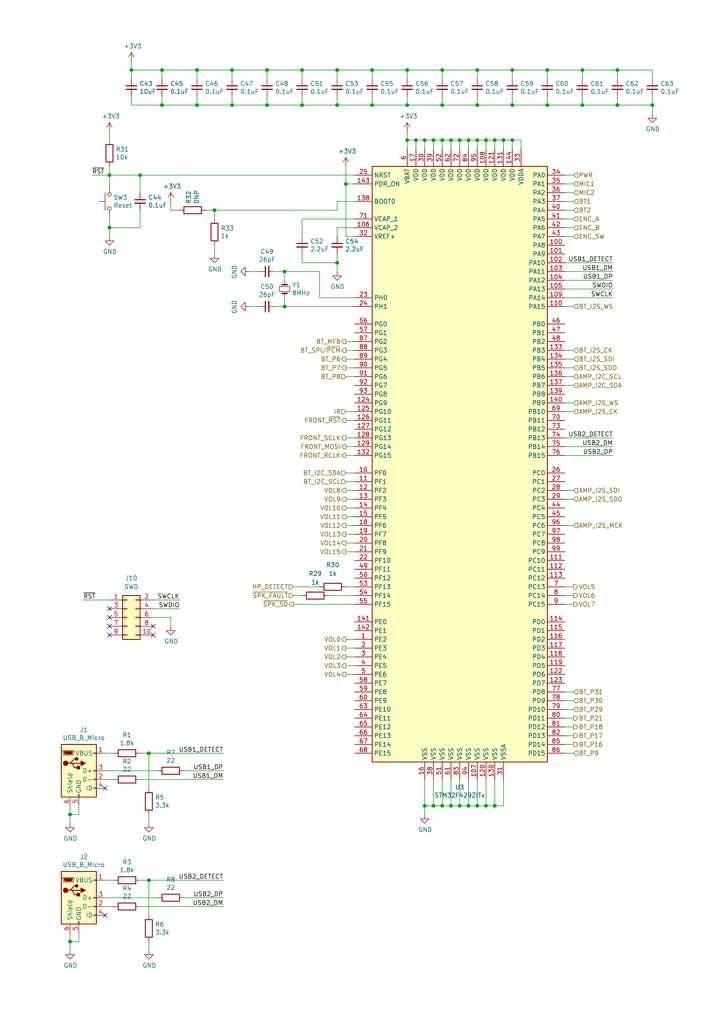
<source format=kicad_sch>
(kicad_sch (version 20201015) (generator eeschema)
  (page 1 7)
  (paper "A4" portrait)
  (lib_symbols
    (symbol "Connector:USB_B_Micro" (pin_names (offset 1.016))
      (property "Reference" "J" (at -5.08 11.43 0))
      (property "Value" "USB_B_Micro" (at -5.08 8.89 0))
      (symbol "USB_B_Micro_0_1"
        (circle (center -3.81 2.159) (radius 0.635) (stroke (width 0.254)) (fill (type outline)))
        (circle (center -0.635 3.429) (radius 0.381) (stroke (width 0.254)) (fill (type outline)))
        (rectangle (start -5.08 -7.62) (end 5.08 7.62) (stroke (width 0.254)) (fill (type background)))
        (rectangle (start -0.127 -7.62) (end 0.127 -6.858))
        (rectangle (start 0.254 1.27) (end -0.508 0.508) (stroke (width 0.254)) (fill (type outline)))
        (rectangle (start 5.08 -5.207) (end 4.318 -4.953))
        (rectangle (start 5.08 -2.667) (end 4.318 -2.413))
        (rectangle (start 5.08 -0.127) (end 4.318 0.127))
        (rectangle (start 5.08 4.953) (end 4.318 5.207))
        (polyline (pts (xy -1.905 2.159) (xy 0.635 2.159)) (stroke (width 0.254)))
        (polyline (pts (xy -3.175 2.159) (xy -2.54 2.159) (xy -1.27 3.429) (xy -0.635 3.429)) (stroke (width 0.254)))
        (polyline (pts (xy -2.54 2.159) (xy -1.905 2.159) (xy -1.27 0.889) (xy 0 0.889)) (stroke (width 0.254)))
        (polyline (pts (xy 0.635 2.794) (xy 0.635 1.524) (xy 1.905 2.159) (xy 0.635 2.794)) (stroke (width 0.254)) (fill (type outline)))
        (polyline (pts (xy -4.318 5.588) (xy -1.778 5.588) (xy -2.032 4.826) (xy -4.064 4.826) (xy -4.318 5.588)) (fill (type outline)))
        (polyline (pts (xy -4.699 5.842) (xy -4.699 5.588) (xy -4.445 4.826) (xy -4.445 4.572) (xy -1.651 4.572) (xy -1.651 4.826) (xy -1.397 5.588) (xy -1.397 5.842) (xy -4.699 5.842)))
      )
      (symbol "USB_B_Micro_1_1"
        (pin power_out line (at 7.62 5.08 180) (length 2.54) (name "VBUS") (number "1"))
        (pin bidirectional line (at 7.62 -2.54 180) (length 2.54) (name "D-") (number "2"))
        (pin bidirectional line (at 7.62 0 180) (length 2.54) (name "D+") (number "3"))
        (pin passive line (at 7.62 -5.08 180) (length 2.54) (name "ID") (number "4"))
        (pin power_out line (at 0 -10.16 90) (length 2.54) (name "GND") (number "5"))
        (pin passive line (at -2.54 -10.16 90) (length 2.54) (name "Shield") (number "6"))
      )
    )
    (symbol "Connector_Generic:Conn_02x05_Odd_Even" (pin_names (offset 1.016) hide)
      (property "Reference" "J" (at 1.27 7.62 0))
      (property "Value" "Conn_02x05_Odd_Even" (at 1.27 -7.62 0))
      (symbol "Conn_02x05_Odd_Even_1_1"
        (rectangle (start -1.27 -4.953) (end 0 -5.207) (stroke (width 0.1524)))
        (rectangle (start -1.27 -2.413) (end 0 -2.667) (stroke (width 0.1524)))
        (rectangle (start -1.27 2.667) (end 0 2.413) (stroke (width 0.1524)))
        (rectangle (start -1.27 5.207) (end 0 4.953) (stroke (width 0.1524)))
        (rectangle (start -1.27 6.35) (end 3.81 -6.35) (stroke (width 0.254)) (fill (type background)))
        (rectangle (start -1.27 0.127) (end 0 -0.127) (stroke (width 0.1524)))
        (rectangle (start 3.81 -4.953) (end 2.54 -5.207) (stroke (width 0.1524)))
        (rectangle (start 3.81 -2.413) (end 2.54 -2.667) (stroke (width 0.1524)))
        (rectangle (start 3.81 2.667) (end 2.54 2.413) (stroke (width 0.1524)))
        (rectangle (start 3.81 5.207) (end 2.54 4.953) (stroke (width 0.1524)))
        (rectangle (start 3.81 0.127) (end 2.54 -0.127) (stroke (width 0.1524)))
        (pin passive line (at -5.08 5.08 0) (length 3.81) (name "Pin_1") (number "1"))
        (pin passive line (at 7.62 -5.08 180) (length 3.81) (name "Pin_10") (number "10"))
        (pin passive line (at 7.62 5.08 180) (length 3.81) (name "Pin_2") (number "2"))
        (pin passive line (at -5.08 2.54 0) (length 3.81) (name "Pin_3") (number "3"))
        (pin passive line (at 7.62 2.54 180) (length 3.81) (name "Pin_4") (number "4"))
        (pin passive line (at -5.08 0 0) (length 3.81) (name "Pin_5") (number "5"))
        (pin passive line (at 7.62 0 180) (length 3.81) (name "Pin_6") (number "6"))
        (pin passive line (at -5.08 -2.54 0) (length 3.81) (name "Pin_7") (number "7"))
        (pin passive line (at 7.62 -2.54 180) (length 3.81) (name "Pin_8") (number "8"))
        (pin passive line (at -5.08 -5.08 0) (length 3.81) (name "Pin_9") (number "9"))
      )
    )
    (symbol "Device:C_Small" (pin_numbers hide) (pin_names (offset 0.254) hide)
      (property "Reference" "C" (at 0.254 1.778 0))
      (property "Value" "C_Small" (at 0.254 -2.032 0))
      (symbol "C_Small_0_1"
        (polyline (pts (xy -1.524 -0.508) (xy 1.524 -0.508)) (stroke (width 0.3302)))
        (polyline (pts (xy -1.524 0.508) (xy 1.524 0.508)) (stroke (width 0.3048)))
      )
      (symbol "C_Small_1_1"
        (pin passive line (at 0 2.54 270) (length 2.032) (name "~") (number "1"))
        (pin passive line (at 0 -2.54 90) (length 2.032) (name "~") (number "2"))
      )
    )
    (symbol "Device:Crystal_Small" (pin_numbers hide) (pin_names (offset 1.016) hide)
      (property "Reference" "Y" (at 0 2.54 0))
      (property "Value" "Crystal_Small" (at 0 -2.54 0))
      (symbol "Crystal_Small_0_1"
        (rectangle (start -0.762 -1.524) (end 0.762 1.524))
        (polyline (pts (xy -1.27 -0.762) (xy -1.27 0.762)) (stroke (width 0.381)))
        (polyline (pts (xy 1.27 -0.762) (xy 1.27 0.762)) (stroke (width 0.381)))
      )
      (symbol "Crystal_Small_1_1"
        (pin passive line (at -2.54 0 0) (length 1.27) (name "1") (number "1"))
        (pin passive line (at 2.54 0 180) (length 1.27) (name "2") (number "2"))
      )
    )
    (symbol "Device:R" (pin_numbers hide) (pin_names (offset 0))
      (property "Reference" "R" (at 2.032 0 90))
      (property "Value" "R" (at 0 0 90))
      (symbol "R_0_1"
        (rectangle (start -1.016 -2.54) (end 1.016 2.54) (stroke (width 0.254)))
      )
      (symbol "R_1_1"
        (pin passive line (at 0 3.81 270) (length 1.27) (name "~") (number "1"))
        (pin passive line (at 0 -3.81 90) (length 1.27) (name "~") (number "2"))
      )
    )
    (symbol "MCU_ST_STM32F4:STM32F429ZITx"
      (property "Reference" "U" (at -25.4 87.63 0))
      (property "Value" "STM32F429ZITx" (at 20.32 87.63 0))
      (symbol "STM32F429ZITx_0_1"
        (rectangle (start -25.4 -86.36) (end 25.4 86.36) (stroke (width 0.254)) (fill (type background)))
      )
      (symbol "STM32F429ZITx_1_1"
        (pin input line (at -30.48 76.2 0) (length 5.08) (name "BOOT0") (number "138"))
        (pin input line (at -30.48 83.82 0) (length 5.08) (name "NRST") (number "25"))
        (pin bidirectional line (at 30.48 83.82 180) (length 5.08) (name "PA0") (number "34"))
        (pin bidirectional line (at 30.48 81.28 180) (length 5.08) (name "PA1") (number "35"))
        (pin bidirectional line (at 30.48 58.42 180) (length 5.08) (name "PA10") (number "102"))
        (pin bidirectional line (at 30.48 55.88 180) (length 5.08) (name "PA11") (number "103"))
        (pin bidirectional line (at 30.48 53.34 180) (length 5.08) (name "PA12") (number "104"))
        (pin bidirectional line (at 30.48 50.8 180) (length 5.08) (name "PA13") (number "105"))
        (pin bidirectional line (at 30.48 48.26 180) (length 5.08) (name "PA14") (number "109"))
        (pin bidirectional line (at 30.48 45.72 180) (length 5.08) (name "PA15") (number "110"))
        (pin bidirectional line (at 30.48 78.74 180) (length 5.08) (name "PA2") (number "36"))
        (pin bidirectional line (at 30.48 76.2 180) (length 5.08) (name "PA3") (number "37"))
        (pin bidirectional line (at 30.48 73.66 180) (length 5.08) (name "PA4") (number "40"))
        (pin bidirectional line (at 30.48 71.12 180) (length 5.08) (name "PA5") (number "41"))
        (pin bidirectional line (at 30.48 68.58 180) (length 5.08) (name "PA6") (number "42"))
        (pin bidirectional line (at 30.48 66.04 180) (length 5.08) (name "PA7") (number "43"))
        (pin bidirectional line (at 30.48 63.5 180) (length 5.08) (name "PA8") (number "100"))
        (pin bidirectional line (at 30.48 60.96 180) (length 5.08) (name "PA9") (number "101"))
        (pin bidirectional line (at 30.48 40.64 180) (length 5.08) (name "PB0") (number "46"))
        (pin bidirectional line (at 30.48 38.1 180) (length 5.08) (name "PB1") (number "47"))
        (pin bidirectional line (at 30.48 15.24 180) (length 5.08) (name "PB10") (number "69"))
        (pin bidirectional line (at 30.48 12.7 180) (length 5.08) (name "PB11") (number "70"))
        (pin bidirectional line (at 30.48 10.16 180) (length 5.08) (name "PB12") (number "73"))
        (pin bidirectional line (at 30.48 7.62 180) (length 5.08) (name "PB13") (number "74"))
        (pin bidirectional line (at 30.48 5.08 180) (length 5.08) (name "PB14") (number "75"))
        (pin bidirectional line (at 30.48 2.54 180) (length 5.08) (name "PB15") (number "76"))
        (pin bidirectional line (at 30.48 35.56 180) (length 5.08) (name "PB2") (number "48"))
        (pin bidirectional line (at 30.48 33.02 180) (length 5.08) (name "PB3") (number "133"))
        (pin bidirectional line (at 30.48 30.48 180) (length 5.08) (name "PB4") (number "134"))
        (pin bidirectional line (at 30.48 27.94 180) (length 5.08) (name "PB5") (number "135"))
        (pin bidirectional line (at 30.48 25.4 180) (length 5.08) (name "PB6") (number "136"))
        (pin bidirectional line (at 30.48 22.86 180) (length 5.08) (name "PB7") (number "137"))
        (pin bidirectional line (at 30.48 20.32 180) (length 5.08) (name "PB8") (number "139"))
        (pin bidirectional line (at 30.48 17.78 180) (length 5.08) (name "PB9") (number "140"))
        (pin bidirectional line (at 30.48 -2.54 180) (length 5.08) (name "PC0") (number "26"))
        (pin bidirectional line (at 30.48 -5.08 180) (length 5.08) (name "PC1") (number "27"))
        (pin bidirectional line (at 30.48 -27.94 180) (length 5.08) (name "PC10") (number "111"))
        (pin bidirectional line (at 30.48 -30.48 180) (length 5.08) (name "PC11") (number "112"))
        (pin bidirectional line (at 30.48 -33.02 180) (length 5.08) (name "PC12") (number "113"))
        (pin bidirectional line (at 30.48 -35.56 180) (length 5.08) (name "PC13") (number "7"))
        (pin bidirectional line (at 30.48 -38.1 180) (length 5.08) (name "PC14") (number "8"))
        (pin bidirectional line (at 30.48 -40.64 180) (length 5.08) (name "PC15") (number "9"))
        (pin bidirectional line (at 30.48 -7.62 180) (length 5.08) (name "PC2") (number "28"))
        (pin bidirectional line (at 30.48 -10.16 180) (length 5.08) (name "PC3") (number "29"))
        (pin bidirectional line (at 30.48 -12.7 180) (length 5.08) (name "PC4") (number "44"))
        (pin bidirectional line (at 30.48 -15.24 180) (length 5.08) (name "PC5") (number "45"))
        (pin bidirectional line (at 30.48 -17.78 180) (length 5.08) (name "PC6") (number "96"))
        (pin bidirectional line (at 30.48 -20.32 180) (length 5.08) (name "PC7") (number "97"))
        (pin bidirectional line (at 30.48 -22.86 180) (length 5.08) (name "PC8") (number "98"))
        (pin bidirectional line (at 30.48 -25.4 180) (length 5.08) (name "PC9") (number "99"))
        (pin bidirectional line (at 30.48 -45.72 180) (length 5.08) (name "PD0") (number "114"))
        (pin bidirectional line (at 30.48 -48.26 180) (length 5.08) (name "PD1") (number "115"))
        (pin bidirectional line (at 30.48 -71.12 180) (length 5.08) (name "PD10") (number "79"))
        (pin bidirectional line (at 30.48 -73.66 180) (length 5.08) (name "PD11") (number "80"))
        (pin bidirectional line (at 30.48 -76.2 180) (length 5.08) (name "PD12") (number "81"))
        (pin bidirectional line (at 30.48 -78.74 180) (length 5.08) (name "PD13") (number "82"))
        (pin bidirectional line (at 30.48 -81.28 180) (length 5.08) (name "PD14") (number "85"))
        (pin bidirectional line (at 30.48 -83.82 180) (length 5.08) (name "PD15") (number "86"))
        (pin bidirectional line (at 30.48 -50.8 180) (length 5.08) (name "PD2") (number "116"))
        (pin bidirectional line (at 30.48 -53.34 180) (length 5.08) (name "PD3") (number "117"))
        (pin bidirectional line (at 30.48 -55.88 180) (length 5.08) (name "PD4") (number "118"))
        (pin bidirectional line (at 30.48 -58.42 180) (length 5.08) (name "PD5") (number "119"))
        (pin bidirectional line (at 30.48 -60.96 180) (length 5.08) (name "PD6") (number "122"))
        (pin bidirectional line (at 30.48 -63.5 180) (length 5.08) (name "PD7") (number "123"))
        (pin bidirectional line (at 30.48 -66.04 180) (length 5.08) (name "PD8") (number "77"))
        (pin bidirectional line (at 30.48 -68.58 180) (length 5.08) (name "PD9") (number "78"))
        (pin input line (at -30.48 81.28 0) (length 5.08) (name "PDR_ON") (number "143"))
        (pin bidirectional line (at -30.48 -45.72 0) (length 5.08) (name "PE0") (number "141"))
        (pin bidirectional line (at -30.48 -48.26 0) (length 5.08) (name "PE1") (number "142"))
        (pin bidirectional line (at -30.48 -71.12 0) (length 5.08) (name "PE10") (number "63"))
        (pin bidirectional line (at -30.48 -73.66 0) (length 5.08) (name "PE11") (number "64"))
        (pin bidirectional line (at -30.48 -76.2 0) (length 5.08) (name "PE12") (number "65"))
        (pin bidirectional line (at -30.48 -78.74 0) (length 5.08) (name "PE13") (number "66"))
        (pin bidirectional line (at -30.48 -81.28 0) (length 5.08) (name "PE14") (number "67"))
        (pin bidirectional line (at -30.48 -83.82 0) (length 5.08) (name "PE15") (number "68"))
        (pin bidirectional line (at -30.48 -50.8 0) (length 5.08) (name "PE2") (number "1"))
        (pin bidirectional line (at -30.48 -53.34 0) (length 5.08) (name "PE3") (number "2"))
        (pin bidirectional line (at -30.48 -55.88 0) (length 5.08) (name "PE4") (number "3"))
        (pin bidirectional line (at -30.48 -58.42 0) (length 5.08) (name "PE5") (number "4"))
        (pin bidirectional line (at -30.48 -60.96 0) (length 5.08) (name "PE6") (number "5"))
        (pin bidirectional line (at -30.48 -63.5 0) (length 5.08) (name "PE7") (number "58"))
        (pin bidirectional line (at -30.48 -66.04 0) (length 5.08) (name "PE8") (number "59"))
        (pin bidirectional line (at -30.48 -68.58 0) (length 5.08) (name "PE9") (number "60"))
        (pin bidirectional line (at -30.48 -2.54 0) (length 5.08) (name "PF0") (number "10"))
        (pin bidirectional line (at -30.48 -5.08 0) (length 5.08) (name "PF1") (number "11"))
        (pin bidirectional line (at -30.48 -27.94 0) (length 5.08) (name "PF10") (number "22"))
        (pin bidirectional line (at -30.48 -30.48 0) (length 5.08) (name "PF11") (number "49"))
        (pin bidirectional line (at -30.48 -33.02 0) (length 5.08) (name "PF12") (number "50"))
        (pin bidirectional line (at -30.48 -35.56 0) (length 5.08) (name "PF13") (number "53"))
        (pin bidirectional line (at -30.48 -38.1 0) (length 5.08) (name "PF14") (number "54"))
        (pin bidirectional line (at -30.48 -40.64 0) (length 5.08) (name "PF15") (number "55"))
        (pin bidirectional line (at -30.48 -7.62 0) (length 5.08) (name "PF2") (number "12"))
        (pin bidirectional line (at -30.48 -10.16 0) (length 5.08) (name "PF3") (number "13"))
        (pin bidirectional line (at -30.48 -12.7 0) (length 5.08) (name "PF4") (number "14"))
        (pin bidirectional line (at -30.48 -15.24 0) (length 5.08) (name "PF5") (number "15"))
        (pin bidirectional line (at -30.48 -17.78 0) (length 5.08) (name "PF6") (number "18"))
        (pin bidirectional line (at -30.48 -20.32 0) (length 5.08) (name "PF7") (number "19"))
        (pin bidirectional line (at -30.48 -22.86 0) (length 5.08) (name "PF8") (number "20"))
        (pin bidirectional line (at -30.48 -25.4 0) (length 5.08) (name "PF9") (number "21"))
        (pin bidirectional line (at -30.48 40.64 0) (length 5.08) (name "PG0") (number "56"))
        (pin bidirectional line (at -30.48 38.1 0) (length 5.08) (name "PG1") (number "57"))
        (pin bidirectional line (at -30.48 15.24 0) (length 5.08) (name "PG10") (number "125"))
        (pin bidirectional line (at -30.48 12.7 0) (length 5.08) (name "PG11") (number "126"))
        (pin bidirectional line (at -30.48 10.16 0) (length 5.08) (name "PG12") (number "127"))
        (pin bidirectional line (at -30.48 7.62 0) (length 5.08) (name "PG13") (number "128"))
        (pin bidirectional line (at -30.48 5.08 0) (length 5.08) (name "PG14") (number "129"))
        (pin bidirectional line (at -30.48 2.54 0) (length 5.08) (name "PG15") (number "132"))
        (pin bidirectional line (at -30.48 35.56 0) (length 5.08) (name "PG2") (number "87"))
        (pin bidirectional line (at -30.48 33.02 0) (length 5.08) (name "PG3") (number "88"))
        (pin bidirectional line (at -30.48 30.48 0) (length 5.08) (name "PG4") (number "89"))
        (pin bidirectional line (at -30.48 27.94 0) (length 5.08) (name "PG5") (number "90"))
        (pin bidirectional line (at -30.48 25.4 0) (length 5.08) (name "PG6") (number "91"))
        (pin bidirectional line (at -30.48 22.86 0) (length 5.08) (name "PG7") (number "92"))
        (pin bidirectional line (at -30.48 20.32 0) (length 5.08) (name "PG8") (number "93"))
        (pin bidirectional line (at -30.48 17.78 0) (length 5.08) (name "PG9") (number "124"))
        (pin input line (at -30.48 48.26 0) (length 5.08) (name "PH0") (number "23"))
        (pin input line (at -30.48 45.72 0) (length 5.08) (name "PH1") (number "24"))
        (pin power_in line (at -15.24 91.44 270) (length 5.08) (name "VBAT") (number "6"))
        (pin power_in line (at -30.48 71.12 0) (length 5.08) (name "VCAP_1") (number "71"))
        (pin power_in line (at -30.48 68.58 0) (length 5.08) (name "VCAP_2") (number "106"))
        (pin power_in line (at 7.62 91.44 270) (length 5.08) (name "VDD") (number "108"))
        (pin power_in line (at 10.16 91.44 270) (length 5.08) (name "VDD") (number "121"))
        (pin power_in line (at 12.7 91.44 270) (length 5.08) (name "VDD") (number "131"))
        (pin power_in line (at 15.24 91.44 270) (length 5.08) (name "VDD") (number "144"))
        (pin power_in line (at -12.7 91.44 270) (length 5.08) (name "VDD") (number "17"))
        (pin power_in line (at -10.16 91.44 270) (length 5.08) (name "VDD") (number "30"))
        (pin power_in line (at -7.62 91.44 270) (length 5.08) (name "VDD") (number "39"))
        (pin power_in line (at -5.08 91.44 270) (length 5.08) (name "VDD") (number "52"))
        (pin power_in line (at -2.54 91.44 270) (length 5.08) (name "VDD") (number "62"))
        (pin power_in line (at 0 91.44 270) (length 5.08) (name "VDD") (number "72"))
        (pin power_in line (at 2.54 91.44 270) (length 5.08) (name "VDD") (number "84"))
        (pin power_in line (at 5.08 91.44 270) (length 5.08) (name "VDD") (number "95"))
        (pin power_in line (at 17.78 91.44 270) (length 5.08) (name "VDDA") (number "33"))
        (pin power_in line (at -30.48 66.04 0) (length 5.08) (name "VREF+") (number "32"))
        (pin power_in line (at 5.08 -91.44 90) (length 5.08) (name "VSS") (number "107"))
        (pin power_in line (at 7.62 -91.44 90) (length 5.08) (name "VSS") (number "120"))
        (pin power_in line (at 10.16 -91.44 90) (length 5.08) (name "VSS") (number "130"))
        (pin power_in line (at -10.16 -91.44 90) (length 5.08) (name "VSS") (number "16"))
        (pin power_in line (at -7.62 -91.44 90) (length 5.08) (name "VSS") (number "38"))
        (pin power_in line (at -5.08 -91.44 90) (length 5.08) (name "VSS") (number "51"))
        (pin power_in line (at -2.54 -91.44 90) (length 5.08) (name "VSS") (number "61"))
        (pin power_in line (at 0 -91.44 90) (length 5.08) (name "VSS") (number "83"))
        (pin power_in line (at 2.54 -91.44 90) (length 5.08) (name "VSS") (number "94"))
        (pin power_in line (at 12.7 -91.44 90) (length 5.08) (name "VSSA") (number "31"))
      )
    )
    (symbol "Switch:SW_Push" (pin_numbers hide) (pin_names (offset 1.016) hide)
      (property "Reference" "SW" (at 1.27 2.54 0))
      (property "Value" "SW_Push" (at 0 -1.524 0))
      (symbol "SW_Push_0_1"
        (circle (center -2.032 0) (radius 0.508))
        (circle (center 2.032 0) (radius 0.508))
        (polyline (pts (xy 0 1.27) (xy 0 3.048)))
        (polyline (pts (xy 2.54 1.27) (xy -2.54 1.27)))
        (pin passive line (at -5.08 0 0) (length 2.54) (name "1") (number "1"))
        (pin passive line (at 5.08 0 180) (length 2.54) (name "2") (number "2"))
      )
    )
    (symbol "power:+3.3V" (power) (pin_names (offset 0))
      (property "Value" "+3.3V" (at 0 3.556 0))
      (symbol "+3.3V_0_1"
        (polyline (pts (xy -0.762 1.27) (xy 0 2.54)))
        (polyline (pts (xy 0 0) (xy 0 2.54)))
        (polyline (pts (xy 0 2.54) (xy 0.762 1.27)))
      )
      (symbol "+3.3V_1_1"
        (pin power_in line (at 0 0 90) (length 0) hide (name "+3V3") (number "1"))
      )
    )
    (symbol "power:GND" (power) (pin_names (offset 0))
      (property "Value" "GND" (at 0 -3.81 0))
      (symbol "GND_0_1"
        (polyline (pts (xy 0 0) (xy 0 -1.27) (xy 1.27 -1.27) (xy 0 -2.54) (xy -1.27 -1.27) (xy 0 -1.27)))
      )
      (symbol "GND_1_1"
        (pin power_in line (at 0 0 270) (length 0) hide (name "GND") (number "1"))
      )
    )
  )
  (junction (at 20.32 236.22) (diameter 0.9144))
  (junction (at 20.32 273.05) (diameter 0.9144))
  (junction (at 31.75 50.8) (diameter 0.9144))
  (junction (at 31.75 66.04) (diameter 0.9144))
  (junction (at 38.1 20.32) (diameter 0.9144))
  (junction (at 40.64 50.8) (diameter 0.9144))
  (junction (at 43.18 218.44) (diameter 0.9144))
  (junction (at 43.18 255.27) (diameter 0.9144))
  (junction (at 46.99 20.32) (diameter 0.9144))
  (junction (at 46.99 30.48) (diameter 0.9144))
  (junction (at 57.15 20.32) (diameter 0.9144))
  (junction (at 57.15 30.48) (diameter 0.9144))
  (junction (at 62.23 60.96) (diameter 0.9144))
  (junction (at 67.31 20.32) (diameter 0.9144))
  (junction (at 67.31 30.48) (diameter 0.9144))
  (junction (at 77.47 20.32) (diameter 0.9144))
  (junction (at 77.47 30.48) (diameter 0.9144))
  (junction (at 82.55 78.74) (diameter 0.9144))
  (junction (at 82.55 88.9) (diameter 0.9144))
  (junction (at 87.63 20.32) (diameter 0.9144))
  (junction (at 87.63 30.48) (diameter 0.9144))
  (junction (at 97.79 20.32) (diameter 0.9144))
  (junction (at 97.79 30.48) (diameter 0.9144))
  (junction (at 97.79 76.2) (diameter 0.9144))
  (junction (at 100.33 53.34) (diameter 0.9144))
  (junction (at 107.95 20.32) (diameter 0.9144))
  (junction (at 107.95 30.48) (diameter 0.9144))
  (junction (at 118.11 20.32) (diameter 0.9144))
  (junction (at 118.11 30.48) (diameter 0.9144))
  (junction (at 118.11 40.64) (diameter 0.9144))
  (junction (at 120.65 40.64) (diameter 0.9144))
  (junction (at 123.19 40.64) (diameter 0.9144))
  (junction (at 123.19 233.68) (diameter 0.9144))
  (junction (at 125.73 40.64) (diameter 0.9144))
  (junction (at 125.73 233.68) (diameter 0.9144))
  (junction (at 128.27 20.32) (diameter 0.9144))
  (junction (at 128.27 30.48) (diameter 0.9144))
  (junction (at 128.27 40.64) (diameter 0.9144))
  (junction (at 128.27 233.68) (diameter 0.9144))
  (junction (at 130.81 40.64) (diameter 0.9144))
  (junction (at 130.81 233.68) (diameter 0.9144))
  (junction (at 133.35 40.64) (diameter 0.9144))
  (junction (at 133.35 233.68) (diameter 0.9144))
  (junction (at 135.89 40.64) (diameter 0.9144))
  (junction (at 135.89 233.68) (diameter 0.9144))
  (junction (at 138.43 20.32) (diameter 0.9144))
  (junction (at 138.43 30.48) (diameter 0.9144))
  (junction (at 138.43 40.64) (diameter 0.9144))
  (junction (at 138.43 233.68) (diameter 0.9144))
  (junction (at 140.97 40.64) (diameter 0.9144))
  (junction (at 140.97 233.68) (diameter 0.9144))
  (junction (at 143.51 40.64) (diameter 0.9144))
  (junction (at 143.51 233.68) (diameter 0.9144))
  (junction (at 146.05 40.64) (diameter 0.9144))
  (junction (at 148.59 20.32) (diameter 0.9144))
  (junction (at 148.59 30.48) (diameter 0.9144))
  (junction (at 148.59 40.64) (diameter 0.9144))
  (junction (at 158.75 20.32) (diameter 0.9144))
  (junction (at 158.75 30.48) (diameter 0.9144))
  (junction (at 168.91 20.32) (diameter 0.9144))
  (junction (at 168.91 30.48) (diameter 0.9144))
  (junction (at 179.07 20.32) (diameter 0.9144))
  (junction (at 179.07 30.48) (diameter 0.9144))
  (junction (at 189.23 30.48) (diameter 0.9144))
  (no_connect (at 30.48 228.6))
  (no_connect (at 30.48 265.43))
  (no_connect (at 31.75 184.15))
  (no_connect (at 31.75 176.53))
  (no_connect (at 31.75 179.07))
  (no_connect (at 31.75 181.61))
  (no_connect (at 44.45 184.15))
  (no_connect (at 44.45 181.61))
  (wire (pts (xy 20.32 233.68) (xy 20.32 236.22)))
  (wire (pts (xy 20.32 236.22) (xy 20.32 238.76)))
  (wire (pts (xy 20.32 270.51) (xy 20.32 273.05)))
  (wire (pts (xy 20.32 273.05) (xy 20.32 275.59)))
  (wire (pts (xy 22.86 233.68) (xy 22.86 236.22)))
  (wire (pts (xy 22.86 236.22) (xy 20.32 236.22)))
  (wire (pts (xy 22.86 270.51) (xy 22.86 273.05)))
  (wire (pts (xy 22.86 273.05) (xy 20.32 273.05)))
  (wire (pts (xy 24.13 173.99) (xy 31.75 173.99)))
  (wire (pts (xy 26.67 50.8) (xy 31.75 50.8)))
  (wire (pts (xy 30.48 226.06) (xy 33.02 226.06)))
  (wire (pts (xy 30.48 262.89) (xy 33.02 262.89)))
  (wire (pts (xy 31.75 38.1) (xy 31.75 40.64)))
  (wire (pts (xy 31.75 48.26) (xy 31.75 50.8)))
  (wire (pts (xy 31.75 50.8) (xy 31.75 53.34)))
  (wire (pts (xy 31.75 63.5) (xy 31.75 66.04)))
  (wire (pts (xy 31.75 66.04) (xy 40.64 66.04)))
  (wire (pts (xy 31.75 68.58) (xy 31.75 66.04)))
  (wire (pts (xy 33.02 218.44) (xy 30.48 218.44)))
  (wire (pts (xy 33.02 255.27) (xy 30.48 255.27)))
  (wire (pts (xy 38.1 20.32) (xy 38.1 17.78)))
  (wire (pts (xy 38.1 20.32) (xy 38.1 22.86)))
  (wire (pts (xy 38.1 30.48) (xy 38.1 27.94)))
  (wire (pts (xy 40.64 50.8) (xy 31.75 50.8)))
  (wire (pts (xy 40.64 50.8) (xy 102.87 50.8)))
  (wire (pts (xy 40.64 55.88) (xy 40.64 50.8)))
  (wire (pts (xy 40.64 66.04) (xy 40.64 60.96)))
  (wire (pts (xy 40.64 226.06) (xy 64.77 226.06)))
  (wire (pts (xy 40.64 262.89) (xy 64.77 262.89)))
  (wire (pts (xy 43.18 218.44) (xy 40.64 218.44)))
  (wire (pts (xy 43.18 228.6) (xy 43.18 218.44)))
  (wire (pts (xy 43.18 236.22) (xy 43.18 238.76)))
  (wire (pts (xy 43.18 255.27) (xy 40.64 255.27)))
  (wire (pts (xy 43.18 265.43) (xy 43.18 255.27)))
  (wire (pts (xy 43.18 273.05) (xy 43.18 275.59)))
  (wire (pts (xy 44.45 173.99) (xy 52.07 173.99)))
  (wire (pts (xy 44.45 176.53) (xy 52.07 176.53)))
  (wire (pts (xy 45.72 223.52) (xy 30.48 223.52)))
  (wire (pts (xy 45.72 260.35) (xy 30.48 260.35)))
  (wire (pts (xy 46.99 20.32) (xy 38.1 20.32)))
  (wire (pts (xy 46.99 20.32) (xy 46.99 22.86)))
  (wire (pts (xy 46.99 20.32) (xy 57.15 20.32)))
  (wire (pts (xy 46.99 30.48) (xy 38.1 30.48)))
  (wire (pts (xy 46.99 30.48) (xy 46.99 27.94)))
  (wire (pts (xy 49.53 60.96) (xy 49.53 58.42)))
  (wire (pts (xy 49.53 179.07) (xy 44.45 179.07)))
  (wire (pts (xy 49.53 181.61) (xy 49.53 179.07)))
  (wire (pts (xy 52.07 60.96) (xy 49.53 60.96)))
  (wire (pts (xy 53.34 223.52) (xy 64.77 223.52)))
  (wire (pts (xy 53.34 260.35) (xy 64.77 260.35)))
  (wire (pts (xy 57.15 20.32) (xy 57.15 22.86)))
  (wire (pts (xy 57.15 20.32) (xy 67.31 20.32)))
  (wire (pts (xy 57.15 27.94) (xy 57.15 30.48)))
  (wire (pts (xy 57.15 30.48) (xy 46.99 30.48)))
  (wire (pts (xy 62.23 60.96) (xy 59.69 60.96)))
  (wire (pts (xy 62.23 60.96) (xy 62.23 63.5)))
  (wire (pts (xy 62.23 71.12) (xy 62.23 73.66)))
  (wire (pts (xy 64.77 218.44) (xy 43.18 218.44)))
  (wire (pts (xy 64.77 255.27) (xy 43.18 255.27)))
  (wire (pts (xy 67.31 20.32) (xy 67.31 22.86)))
  (wire (pts (xy 67.31 20.32) (xy 77.47 20.32)))
  (wire (pts (xy 67.31 27.94) (xy 67.31 30.48)))
  (wire (pts (xy 67.31 30.48) (xy 57.15 30.48)))
  (wire (pts (xy 72.39 78.74) (xy 74.93 78.74)))
  (wire (pts (xy 72.39 88.9) (xy 74.93 88.9)))
  (wire (pts (xy 77.47 20.32) (xy 77.47 22.86)))
  (wire (pts (xy 77.47 20.32) (xy 87.63 20.32)))
  (wire (pts (xy 77.47 27.94) (xy 77.47 30.48)))
  (wire (pts (xy 77.47 30.48) (xy 67.31 30.48)))
  (wire (pts (xy 80.01 78.74) (xy 82.55 78.74)))
  (wire (pts (xy 80.01 88.9) (xy 82.55 88.9)))
  (wire (pts (xy 82.55 78.74) (xy 82.55 81.28)))
  (wire (pts (xy 82.55 86.36) (xy 82.55 88.9)))
  (wire (pts (xy 82.55 88.9) (xy 102.87 88.9)))
  (wire (pts (xy 85.09 170.18) (xy 92.71 170.18)))
  (wire (pts (xy 85.09 172.72) (xy 87.63 172.72)))
  (wire (pts (xy 85.09 175.26) (xy 102.87 175.26)))
  (wire (pts (xy 87.63 20.32) (xy 87.63 22.86)))
  (wire (pts (xy 87.63 20.32) (xy 97.79 20.32)))
  (wire (pts (xy 87.63 27.94) (xy 87.63 30.48)))
  (wire (pts (xy 87.63 30.48) (xy 77.47 30.48)))
  (wire (pts (xy 87.63 63.5) (xy 87.63 68.58)))
  (wire (pts (xy 87.63 76.2) (xy 87.63 73.66)))
  (wire (pts (xy 92.71 78.74) (xy 82.55 78.74)))
  (wire (pts (xy 92.71 86.36) (xy 92.71 78.74)))
  (wire (pts (xy 95.25 172.72) (xy 102.87 172.72)))
  (wire (pts (xy 97.79 20.32) (xy 97.79 22.86)))
  (wire (pts (xy 97.79 20.32) (xy 107.95 20.32)))
  (wire (pts (xy 97.79 27.94) (xy 97.79 30.48)))
  (wire (pts (xy 97.79 30.48) (xy 87.63 30.48)))
  (wire (pts (xy 97.79 58.42) (xy 97.79 60.96)))
  (wire (pts (xy 97.79 60.96) (xy 62.23 60.96)))
  (wire (pts (xy 97.79 66.04) (xy 97.79 68.58)))
  (wire (pts (xy 97.79 73.66) (xy 97.79 76.2)))
  (wire (pts (xy 97.79 76.2) (xy 87.63 76.2)))
  (wire (pts (xy 97.79 76.2) (xy 97.79 78.74)))
  (wire (pts (xy 100.33 48.26) (xy 100.33 53.34)))
  (wire (pts (xy 100.33 53.34) (xy 100.33 68.58)))
  (wire (pts (xy 100.33 53.34) (xy 102.87 53.34)))
  (wire (pts (xy 100.33 68.58) (xy 102.87 68.58)))
  (wire (pts (xy 100.33 99.06) (xy 102.87 99.06)))
  (wire (pts (xy 100.33 101.6) (xy 102.87 101.6)))
  (wire (pts (xy 100.33 104.14) (xy 102.87 104.14)))
  (wire (pts (xy 100.33 106.68) (xy 102.87 106.68)))
  (wire (pts (xy 100.33 109.22) (xy 102.87 109.22)))
  (wire (pts (xy 100.33 119.38) (xy 102.87 119.38)))
  (wire (pts (xy 100.33 121.92) (xy 102.87 121.92)))
  (wire (pts (xy 100.33 127) (xy 102.87 127)))
  (wire (pts (xy 100.33 129.54) (xy 102.87 129.54)))
  (wire (pts (xy 100.33 132.08) (xy 102.87 132.08)))
  (wire (pts (xy 100.33 139.7) (xy 102.87 139.7)))
  (wire (pts (xy 100.33 142.24) (xy 102.87 142.24)))
  (wire (pts (xy 100.33 144.78) (xy 102.87 144.78)))
  (wire (pts (xy 100.33 147.32) (xy 102.87 147.32)))
  (wire (pts (xy 100.33 149.86) (xy 102.87 149.86)))
  (wire (pts (xy 100.33 152.4) (xy 102.87 152.4)))
  (wire (pts (xy 100.33 154.94) (xy 102.87 154.94)))
  (wire (pts (xy 100.33 157.48) (xy 102.87 157.48)))
  (wire (pts (xy 100.33 160.02) (xy 102.87 160.02)))
  (wire (pts (xy 100.33 170.18) (xy 102.87 170.18)))
  (wire (pts (xy 100.33 185.42) (xy 102.87 185.42)))
  (wire (pts (xy 100.33 187.96) (xy 102.87 187.96)))
  (wire (pts (xy 100.33 190.5) (xy 102.87 190.5)))
  (wire (pts (xy 100.33 193.04) (xy 102.87 193.04)))
  (wire (pts (xy 100.33 195.58) (xy 102.87 195.58)))
  (wire (pts (xy 102.87 58.42) (xy 97.79 58.42)))
  (wire (pts (xy 102.87 63.5) (xy 87.63 63.5)))
  (wire (pts (xy 102.87 66.04) (xy 97.79 66.04)))
  (wire (pts (xy 102.87 86.36) (xy 92.71 86.36)))
  (wire (pts (xy 102.87 137.16) (xy 100.33 137.16)))
  (wire (pts (xy 107.95 20.32) (xy 107.95 22.86)))
  (wire (pts (xy 107.95 20.32) (xy 118.11 20.32)))
  (wire (pts (xy 107.95 27.94) (xy 107.95 30.48)))
  (wire (pts (xy 107.95 30.48) (xy 97.79 30.48)))
  (wire (pts (xy 118.11 20.32) (xy 118.11 22.86)))
  (wire (pts (xy 118.11 20.32) (xy 128.27 20.32)))
  (wire (pts (xy 118.11 27.94) (xy 118.11 30.48)))
  (wire (pts (xy 118.11 30.48) (xy 107.95 30.48)))
  (wire (pts (xy 118.11 38.1) (xy 118.11 40.64)))
  (wire (pts (xy 118.11 40.64) (xy 118.11 43.18)))
  (wire (pts (xy 120.65 40.64) (xy 118.11 40.64)))
  (wire (pts (xy 120.65 43.18) (xy 120.65 40.64)))
  (wire (pts (xy 123.19 40.64) (xy 120.65 40.64)))
  (wire (pts (xy 123.19 43.18) (xy 123.19 40.64)))
  (wire (pts (xy 123.19 226.06) (xy 123.19 233.68)))
  (wire (pts (xy 123.19 233.68) (xy 123.19 236.22)))
  (wire (pts (xy 123.19 233.68) (xy 125.73 233.68)))
  (wire (pts (xy 125.73 40.64) (xy 123.19 40.64)))
  (wire (pts (xy 125.73 43.18) (xy 125.73 40.64)))
  (wire (pts (xy 125.73 226.06) (xy 125.73 233.68)))
  (wire (pts (xy 125.73 233.68) (xy 128.27 233.68)))
  (wire (pts (xy 128.27 20.32) (xy 128.27 22.86)))
  (wire (pts (xy 128.27 20.32) (xy 138.43 20.32)))
  (wire (pts (xy 128.27 27.94) (xy 128.27 30.48)))
  (wire (pts (xy 128.27 30.48) (xy 118.11 30.48)))
  (wire (pts (xy 128.27 40.64) (xy 125.73 40.64)))
  (wire (pts (xy 128.27 43.18) (xy 128.27 40.64)))
  (wire (pts (xy 128.27 226.06) (xy 128.27 233.68)))
  (wire (pts (xy 128.27 233.68) (xy 130.81 233.68)))
  (wire (pts (xy 130.81 40.64) (xy 128.27 40.64)))
  (wire (pts (xy 130.81 43.18) (xy 130.81 40.64)))
  (wire (pts (xy 130.81 226.06) (xy 130.81 233.68)))
  (wire (pts (xy 130.81 233.68) (xy 133.35 233.68)))
  (wire (pts (xy 133.35 40.64) (xy 130.81 40.64)))
  (wire (pts (xy 133.35 43.18) (xy 133.35 40.64)))
  (wire (pts (xy 133.35 226.06) (xy 133.35 233.68)))
  (wire (pts (xy 133.35 233.68) (xy 135.89 233.68)))
  (wire (pts (xy 135.89 40.64) (xy 133.35 40.64)))
  (wire (pts (xy 135.89 43.18) (xy 135.89 40.64)))
  (wire (pts (xy 135.89 226.06) (xy 135.89 233.68)))
  (wire (pts (xy 135.89 233.68) (xy 138.43 233.68)))
  (wire (pts (xy 138.43 20.32) (xy 138.43 22.86)))
  (wire (pts (xy 138.43 20.32) (xy 148.59 20.32)))
  (wire (pts (xy 138.43 27.94) (xy 138.43 30.48)))
  (wire (pts (xy 138.43 30.48) (xy 128.27 30.48)))
  (wire (pts (xy 138.43 40.64) (xy 135.89 40.64)))
  (wire (pts (xy 138.43 43.18) (xy 138.43 40.64)))
  (wire (pts (xy 138.43 226.06) (xy 138.43 233.68)))
  (wire (pts (xy 138.43 233.68) (xy 140.97 233.68)))
  (wire (pts (xy 140.97 40.64) (xy 138.43 40.64)))
  (wire (pts (xy 140.97 43.18) (xy 140.97 40.64)))
  (wire (pts (xy 140.97 233.68) (xy 140.97 226.06)))
  (wire (pts (xy 140.97 233.68) (xy 143.51 233.68)))
  (wire (pts (xy 143.51 40.64) (xy 140.97 40.64)))
  (wire (pts (xy 143.51 43.18) (xy 143.51 40.64)))
  (wire (pts (xy 143.51 226.06) (xy 143.51 233.68)))
  (wire (pts (xy 143.51 233.68) (xy 146.05 233.68)))
  (wire (pts (xy 146.05 40.64) (xy 143.51 40.64)))
  (wire (pts (xy 146.05 43.18) (xy 146.05 40.64)))
  (wire (pts (xy 146.05 233.68) (xy 146.05 226.06)))
  (wire (pts (xy 148.59 20.32) (xy 148.59 22.86)))
  (wire (pts (xy 148.59 20.32) (xy 158.75 20.32)))
  (wire (pts (xy 148.59 27.94) (xy 148.59 30.48)))
  (wire (pts (xy 148.59 30.48) (xy 138.43 30.48)))
  (wire (pts (xy 148.59 40.64) (xy 146.05 40.64)))
  (wire (pts (xy 148.59 43.18) (xy 148.59 40.64)))
  (wire (pts (xy 151.13 40.64) (xy 148.59 40.64)))
  (wire (pts (xy 151.13 43.18) (xy 151.13 40.64)))
  (wire (pts (xy 158.75 20.32) (xy 158.75 22.86)))
  (wire (pts (xy 158.75 20.32) (xy 168.91 20.32)))
  (wire (pts (xy 158.75 27.94) (xy 158.75 30.48)))
  (wire (pts (xy 158.75 30.48) (xy 148.59 30.48)))
  (wire (pts (xy 163.83 50.8) (xy 166.37 50.8)))
  (wire (pts (xy 163.83 53.34) (xy 166.37 53.34)))
  (wire (pts (xy 163.83 55.88) (xy 166.37 55.88)))
  (wire (pts (xy 163.83 58.42) (xy 166.37 58.42)))
  (wire (pts (xy 163.83 60.96) (xy 166.37 60.96)))
  (wire (pts (xy 163.83 63.5) (xy 166.37 63.5)))
  (wire (pts (xy 163.83 66.04) (xy 166.37 66.04)))
  (wire (pts (xy 163.83 68.58) (xy 166.37 68.58)))
  (wire (pts (xy 163.83 83.82) (xy 177.8 83.82)))
  (wire (pts (xy 163.83 86.36) (xy 177.8 86.36)))
  (wire (pts (xy 163.83 104.14) (xy 166.37 104.14)))
  (wire (pts (xy 163.83 111.76) (xy 166.37 111.76)))
  (wire (pts (xy 163.83 119.38) (xy 166.37 119.38)))
  (wire (pts (xy 163.83 144.78) (xy 166.37 144.78)))
  (wire (pts (xy 163.83 170.18) (xy 166.37 170.18)))
  (wire (pts (xy 163.83 172.72) (xy 166.37 172.72)))
  (wire (pts (xy 163.83 175.26) (xy 166.37 175.26)))
  (wire (pts (xy 163.83 200.66) (xy 166.37 200.66)))
  (wire (pts (xy 163.83 203.2) (xy 166.37 203.2)))
  (wire (pts (xy 163.83 205.74) (xy 166.37 205.74)))
  (wire (pts (xy 163.83 208.28) (xy 166.37 208.28)))
  (wire (pts (xy 163.83 210.82) (xy 166.37 210.82)))
  (wire (pts (xy 163.83 213.36) (xy 166.37 213.36)))
  (wire (pts (xy 163.83 215.9) (xy 166.37 215.9)))
  (wire (pts (xy 163.83 218.44) (xy 166.37 218.44)))
  (wire (pts (xy 166.37 88.9) (xy 163.83 88.9)))
  (wire (pts (xy 166.37 101.6) (xy 163.83 101.6)))
  (wire (pts (xy 166.37 106.68) (xy 163.83 106.68)))
  (wire (pts (xy 166.37 109.22) (xy 163.83 109.22)))
  (wire (pts (xy 166.37 116.84) (xy 163.83 116.84)))
  (wire (pts (xy 166.37 142.24) (xy 163.83 142.24)))
  (wire (pts (xy 166.37 152.4) (xy 163.83 152.4)))
  (wire (pts (xy 168.91 20.32) (xy 168.91 22.86)))
  (wire (pts (xy 168.91 20.32) (xy 179.07 20.32)))
  (wire (pts (xy 168.91 27.94) (xy 168.91 30.48)))
  (wire (pts (xy 168.91 30.48) (xy 158.75 30.48)))
  (wire (pts (xy 177.8 76.2) (xy 163.83 76.2)))
  (wire (pts (xy 177.8 78.74) (xy 163.83 78.74)))
  (wire (pts (xy 177.8 81.28) (xy 163.83 81.28)))
  (wire (pts (xy 177.8 127) (xy 163.83 127)))
  (wire (pts (xy 177.8 129.54) (xy 163.83 129.54)))
  (wire (pts (xy 177.8 132.08) (xy 163.83 132.08)))
  (wire (pts (xy 179.07 20.32) (xy 179.07 22.86)))
  (wire (pts (xy 179.07 20.32) (xy 189.23 20.32)))
  (wire (pts (xy 179.07 27.94) (xy 179.07 30.48)))
  (wire (pts (xy 179.07 30.48) (xy 168.91 30.48)))
  (wire (pts (xy 189.23 20.32) (xy 189.23 22.86)))
  (wire (pts (xy 189.23 27.94) (xy 189.23 30.48)))
  (wire (pts (xy 189.23 30.48) (xy 179.07 30.48)))
  (wire (pts (xy 189.23 30.48) (xy 189.23 33.02)))
  (label "~RST" (at 24.13 173.99 0))
  (label "~RST" (at 26.67 50.8 0))
  (label "SWCLK" (at 52.07 173.99 180))
  (label "SWDIO" (at 52.07 176.53 180))
  (label "USB1_DETECT" (at 64.77 218.44 180))
  (label "USB1_DP" (at 64.77 223.52 180))
  (label "USB1_DM" (at 64.77 226.06 180))
  (label "USB2_DETECT" (at 64.77 255.27 180))
  (label "USB2_DP" (at 64.77 260.35 180))
  (label "USB2_DM" (at 64.77 262.89 180))
  (label "USB1_DETECT" (at 177.8 76.2 180))
  (label "USB1_DM" (at 177.8 78.74 180))
  (label "USB1_DP" (at 177.8 81.28 180))
  (label "SWDIO" (at 177.8 83.82 180))
  (label "SWCLK" (at 177.8 86.36 180))
  (label "USB2_DETECT" (at 177.8 127 180))
  (label "USB2_DM" (at 177.8 129.54 180))
  (label "USB2_DP" (at 177.8 132.08 180))
  (hierarchical_label "HP_DETECT" (shape input) (at 85.09 170.18 180))
  (hierarchical_label "~SPK_FAULT" (shape input) (at 85.09 172.72 180))
  (hierarchical_label "~SPK_SD" (shape output) (at 85.09 175.26 180))
  (hierarchical_label "BT_MFB" (shape output) (at 100.33 99.06 180))
  (hierarchical_label "BT_SPI{slash}~PCM" (shape output) (at 100.33 101.6 180))
  (hierarchical_label "BT_P6" (shape output) (at 100.33 104.14 180))
  (hierarchical_label "BT_P7" (shape output) (at 100.33 106.68 180))
  (hierarchical_label "BT_P8" (shape input) (at 100.33 109.22 180))
  (hierarchical_label "IR" (shape input) (at 100.33 119.38 180))
  (hierarchical_label "FRONT_~RST" (shape output) (at 100.33 121.92 180))
  (hierarchical_label "FRONT_SCLK" (shape output) (at 100.33 127 180))
  (hierarchical_label "FRONT_MOSI" (shape output) (at 100.33 129.54 180))
  (hierarchical_label "FRONT_RCLK" (shape output) (at 100.33 132.08 180))
  (hierarchical_label "BT_I2C_SDA" (shape input) (at 100.33 137.16 180))
  (hierarchical_label "BT_I2C_SCL" (shape input) (at 100.33 139.7 180))
  (hierarchical_label "VOL8" (shape output) (at 100.33 142.24 180))
  (hierarchical_label "VOL9" (shape output) (at 100.33 144.78 180))
  (hierarchical_label "VOL10" (shape output) (at 100.33 147.32 180))
  (hierarchical_label "VOL11" (shape output) (at 100.33 149.86 180))
  (hierarchical_label "VOL12" (shape output) (at 100.33 152.4 180))
  (hierarchical_label "VOL13" (shape output) (at 100.33 154.94 180))
  (hierarchical_label "VOL14" (shape output) (at 100.33 157.48 180))
  (hierarchical_label "VOL15" (shape output) (at 100.33 160.02 180))
  (hierarchical_label "VOL0" (shape output) (at 100.33 185.42 180))
  (hierarchical_label "VOL1" (shape output) (at 100.33 187.96 180))
  (hierarchical_label "VOL2" (shape output) (at 100.33 190.5 180))
  (hierarchical_label "VOL3" (shape output) (at 100.33 193.04 180))
  (hierarchical_label "VOL4" (shape output) (at 100.33 195.58 180))
  (hierarchical_label "PWR" (shape input) (at 166.37 50.8 0))
  (hierarchical_label "MIC1" (shape input) (at 166.37 53.34 0))
  (hierarchical_label "MIC2" (shape input) (at 166.37 55.88 0))
  (hierarchical_label "BT1" (shape input) (at 166.37 58.42 0))
  (hierarchical_label "BT2" (shape input) (at 166.37 60.96 0))
  (hierarchical_label "ENC_A" (shape input) (at 166.37 63.5 0))
  (hierarchical_label "ENC_B" (shape input) (at 166.37 66.04 0))
  (hierarchical_label "ENC_SW" (shape input) (at 166.37 68.58 0))
  (hierarchical_label "BT_I2S_WS" (shape input) (at 166.37 88.9 0))
  (hierarchical_label "BT_I2S_CK" (shape input) (at 166.37 101.6 0))
  (hierarchical_label "BT_I2S_SDI" (shape input) (at 166.37 104.14 0))
  (hierarchical_label "BT_I2S_SDO" (shape input) (at 166.37 106.68 0))
  (hierarchical_label "AMP_I2C_SCL" (shape input) (at 166.37 109.22 0))
  (hierarchical_label "AMP_I2C_SDA" (shape input) (at 166.37 111.76 0))
  (hierarchical_label "AMP_I2S_WS" (shape input) (at 166.37 116.84 0))
  (hierarchical_label "AMP_I2S_CK" (shape input) (at 166.37 119.38 0))
  (hierarchical_label "AMP_I2S_SDI" (shape input) (at 166.37 142.24 0))
  (hierarchical_label "AMP_I2S_SDO" (shape input) (at 166.37 144.78 0))
  (hierarchical_label "AMP_I2S_MCK" (shape input) (at 166.37 152.4 0))
  (hierarchical_label "VOL5" (shape output) (at 166.37 170.18 0))
  (hierarchical_label "VOL6" (shape output) (at 166.37 172.72 0))
  (hierarchical_label "VOL7" (shape output) (at 166.37 175.26 0))
  (hierarchical_label "BT_P31" (shape input) (at 166.37 200.66 0))
  (hierarchical_label "BT_P30" (shape input) (at 166.37 203.2 0))
  (hierarchical_label "BT_P29" (shape input) (at 166.37 205.74 0))
  (hierarchical_label "BT_P21" (shape output) (at 166.37 208.28 0))
  (hierarchical_label "BT_P18" (shape output) (at 166.37 210.82 0))
  (hierarchical_label "BT_P17" (shape output) (at 166.37 213.36 0))
  (hierarchical_label "BT_P16" (shape output) (at 166.37 215.9 0))
  (hierarchical_label "BT_P9" (shape input) (at 166.37 218.44 0))
  (symbol (lib_id "power:+3.3V") (at 31.75 38.1 0) (unit 1)
    (property "Reference" "#PWR0170" (effects hide))
    (property "Value" "+3.3V" (at 32.131 33.7058 0))
  )
  (symbol (lib_id "power:+3.3V") (at 38.1 17.78 0) (unit 1)
    (property "Reference" "#PWR0169" (effects hide))
    (property "Value" "+3.3V" (at 38.481 13.3858 0))
  )
  (symbol (lib_id "power:+3.3V") (at 49.53 58.42 0) (unit 1)
    (property "Reference" "#PWR0171" (effects hide))
    (property "Value" "+3.3V" (at 49.911 54.0258 0))
  )
  (symbol (lib_id "power:+3.3V") (at 100.33 48.26 0) (unit 1)
    (property "Reference" "#PWR0166" (effects hide))
    (property "Value" "+3.3V" (at 100.711 43.8658 0))
  )
  (symbol (lib_id "power:+3.3V") (at 118.11 38.1 0) (unit 1)
    (property "Reference" "#PWR0102" (effects hide))
    (property "Value" "+3.3V" (at 118.491 33.7058 0))
  )
  (symbol (lib_id "power:GND") (at 20.32 238.76 0) (unit 1)
    (property "Reference" "#PWR0103" (effects hide))
    (property "Value" "GND" (at 20.447 243.1542 0))
  )
  (symbol (lib_id "power:GND") (at 20.32 275.59 0) (unit 1)
    (property "Reference" "#PWR0105" (effects hide))
    (property "Value" "GND" (at 20.447 279.9842 0))
  )
  (symbol (lib_id "power:GND") (at 31.75 68.58 0) (unit 1)
    (property "Reference" "#PWR0172" (effects hide))
    (property "Value" "GND" (at 31.877 72.9742 0))
  )
  (symbol (lib_id "power:GND") (at 43.18 238.76 0) (unit 1)
    (property "Reference" "#PWR0104" (effects hide))
    (property "Value" "GND" (at 43.307 243.1542 0))
  )
  (symbol (lib_id "power:GND") (at 43.18 275.59 0) (unit 1)
    (property "Reference" "#PWR0106" (effects hide))
    (property "Value" "GND" (at 43.307 279.9842 0))
  )
  (symbol (lib_id "power:GND") (at 49.53 181.61 0) (unit 1)
    (property "Reference" "#PWR0173" (effects hide))
    (property "Value" "GND" (at 49.657 186.0042 0))
  )
  (symbol (lib_id "power:GND") (at 62.23 73.66 0) (unit 1)
    (property "Reference" "#PWR0167" (effects hide))
    (property "Value" "GND" (at 62.357 78.0542 0))
  )
  (symbol (lib_id "power:GND") (at 72.39 78.74 270) (unit 1)
    (property "Reference" "#PWR0164" (effects hide))
    (property "Value" "GND" (at 67.9958 78.867 0))
  )
  (symbol (lib_id "power:GND") (at 72.39 88.9 270) (unit 1)
    (property "Reference" "#PWR0165" (effects hide))
    (property "Value" "GND" (at 67.9958 89.027 0))
  )
  (symbol (lib_id "power:GND") (at 97.79 78.74 0) (unit 1)
    (property "Reference" "#PWR0163" (effects hide))
    (property "Value" "GND" (at 97.917 83.1342 0))
  )
  (symbol (lib_id "power:GND") (at 123.19 236.22 0) (unit 1)
    (property "Reference" "#PWR0101" (effects hide))
    (property "Value" "GND" (at 123.317 240.6142 0))
  )
  (symbol (lib_id "power:GND") (at 189.23 33.02 0) (unit 1)
    (property "Reference" "#PWR0168" (effects hide))
    (property "Value" "GND" (at 189.357 37.4142 0))
  )
  (symbol (lib_id "Device:Crystal_Small") (at 82.55 83.82 90) (unit 1)
    (property "Reference" "Y1" (at 84.7091 82.6706 90) (effects (justify right)))
    (property "Value" "8MHz" (at 84.709 84.969 90) (effects (justify right)))
    (property "Footprint" "Crystal:Crystal_SMD_HC49-SD" (effects hide))
  )
  (symbol (lib_id "Device:R") (at 31.75 44.45 0) (unit 1)
    (property "Reference" "R31" (at 33.5281 43.3006 0) (effects (justify left)))
    (property "Value" "10k" (at 33.528 45.599 0) (effects (justify left)))
    (property "Footprint" "Resistor_SMD:R_0603_1608Metric" (effects hide))
  )
  (symbol (lib_id "Device:R") (at 36.83 218.44 270) (unit 1)
    (property "Reference" "R1" (at 36.83 213.1822 90))
    (property "Value" "1.8k" (at 36.83 215.4936 90))
    (property "Footprint" "Resistor_SMD:R_0603_1608Metric" (effects hide))
  )
  (symbol (lib_id "Device:R") (at 36.83 226.06 270) (unit 1)
    (property "Reference" "R2" (at 36.83 220.8022 90))
    (property "Value" "22" (at 36.83 223.1136 90))
    (property "Footprint" "Resistor_SMD:R_0603_1608Metric" (effects hide))
  )
  (symbol (lib_id "Device:R") (at 36.83 255.27 270) (unit 1)
    (property "Reference" "R3" (at 36.83 250.0122 90))
    (property "Value" "1.8k" (at 36.83 252.3236 90))
    (property "Footprint" "Resistor_SMD:R_0603_1608Metric" (effects hide))
  )
  (symbol (lib_id "Device:R") (at 36.83 262.89 270) (unit 1)
    (property "Reference" "R4" (at 36.83 257.6322 90))
    (property "Value" "22" (at 36.83 259.9436 90))
    (property "Footprint" "Resistor_SMD:R_0603_1608Metric" (effects hide))
  )
  (symbol (lib_id "Device:R") (at 43.18 232.41 0) (unit 1)
    (property "Reference" "R5" (at 44.958 231.2416 0) (effects (justify left)))
    (property "Value" "3.3k" (at 44.958 233.553 0) (effects (justify left)))
    (property "Footprint" "Resistor_SMD:R_0603_1608Metric" (effects hide))
  )
  (symbol (lib_id "Device:R") (at 43.18 269.24 0) (unit 1)
    (property "Reference" "R6" (at 44.958 268.0716 0) (effects (justify left)))
    (property "Value" "3.3k" (at 44.958 270.383 0) (effects (justify left)))
    (property "Footprint" "Resistor_SMD:R_0603_1608Metric" (effects hide))
  )
  (symbol (lib_id "Device:R") (at 49.53 223.52 270) (unit 1)
    (property "Reference" "R7" (at 49.53 218.2622 90))
    (property "Value" "22" (at 49.53 220.5736 90))
    (property "Footprint" "Resistor_SMD:R_0603_1608Metric" (effects hide))
  )
  (symbol (lib_id "Device:R") (at 49.53 260.35 270) (unit 1)
    (property "Reference" "R8" (at 49.53 255.0922 90))
    (property "Value" "22" (at 49.53 257.4036 90))
    (property "Footprint" "Resistor_SMD:R_0603_1608Metric" (effects hide))
  )
  (symbol (lib_id "Device:R") (at 55.88 60.96 90) (unit 1)
    (property "Reference" "R32" (at 54.7306 59.1819 0) (effects (justify left)))
    (property "Value" "DNP" (at 57.029 59.182 0) (effects (justify left)))
    (property "Footprint" "Resistor_SMD:R_0603_1608Metric" (effects hide))
  )
  (symbol (lib_id "Device:R") (at 62.23 67.31 0) (unit 1)
    (property "Reference" "R33" (at 64.0081 66.1606 0) (effects (justify left)))
    (property "Value" "1k" (at 64.008 68.459 0) (effects (justify left)))
    (property "Footprint" "Resistor_SMD:R_0603_1608Metric" (effects hide))
  )
  (symbol (lib_id "Device:R") (at 91.44 172.72 90) (unit 1)
    (property "Reference" "R29" (at 91.44 166.37 90))
    (property "Value" "1k" (at 91.44 168.91 90))
    (property "Footprint" "Resistor_SMD:R_0603_1608Metric" (effects hide))
  )
  (symbol (lib_id "Device:R") (at 96.52 170.18 90) (unit 1)
    (property "Reference" "R30" (at 96.52 163.83 90))
    (property "Value" "1k" (at 96.52 166.37 90))
    (property "Footprint" "Resistor_SMD:R_0603_1608Metric" (effects hide))
  )
  (symbol (lib_id "Device:C_Small") (at 38.1 25.4 0) (unit 1)
    (property "Reference" "C43" (at 40.4242 24.2506 0) (effects (justify left)))
    (property "Value" "10uF" (at 40.424 26.549 0) (effects (justify left)))
    (property "Footprint" "Capacitor_SMD:C_0805_2012Metric" (effects hide))
  )
  (symbol (lib_id "Device:C_Small") (at 40.64 58.42 0) (unit 1)
    (property "Reference" "C44" (at 42.9642 57.2706 0) (effects (justify left)))
    (property "Value" "0.1uF" (at 42.964 59.5696 0) (effects (justify left)))
    (property "Footprint" "Capacitor_SMD:C_0603_1608Metric" (effects hide))
  )
  (symbol (lib_id "Device:C_Small") (at 46.99 25.4 0) (unit 1)
    (property "Reference" "C45" (at 49.3142 24.2506 0) (effects (justify left)))
    (property "Value" "0.1uF" (at 49.314 26.5496 0) (effects (justify left)))
    (property "Footprint" "Capacitor_SMD:C_0603_1608Metric" (effects hide))
  )
  (symbol (lib_id "Device:C_Small") (at 57.15 25.4 0) (unit 1)
    (property "Reference" "C46" (at 59.4742 24.2506 0) (effects (justify left)))
    (property "Value" "0.1uF" (at 59.474 26.5496 0) (effects (justify left)))
    (property "Footprint" "Capacitor_SMD:C_0603_1608Metric" (effects hide))
  )
  (symbol (lib_id "Device:C_Small") (at 67.31 25.4 0) (unit 1)
    (property "Reference" "C47" (at 69.6342 24.2506 0) (effects (justify left)))
    (property "Value" "0.1uF" (at 69.634 26.5496 0) (effects (justify left)))
    (property "Footprint" "Capacitor_SMD:C_0603_1608Metric" (effects hide))
  )
  (symbol (lib_id "Device:C_Small") (at 77.47 25.4 0) (unit 1)
    (property "Reference" "C48" (at 79.7942 24.2506 0) (effects (justify left)))
    (property "Value" "0.1uF" (at 79.794 26.5496 0) (effects (justify left)))
    (property "Footprint" "Capacitor_SMD:C_0603_1608Metric" (effects hide))
  )
  (symbol (lib_id "Device:C_Small") (at 77.47 78.74 90) (unit 1)
    (property "Reference" "C49" (at 77.47 72.9677 90))
    (property "Value" "26pF" (at 77.47 75.266 90))
    (property "Footprint" "Capacitor_SMD:C_0603_1608Metric" (effects hide))
  )
  (symbol (lib_id "Device:C_Small") (at 77.47 88.9 90) (unit 1)
    (property "Reference" "C50" (at 77.47 83.1277 90))
    (property "Value" "26pF" (at 77.47 85.426 90))
    (property "Footprint" "Capacitor_SMD:C_0603_1608Metric" (effects hide))
  )
  (symbol (lib_id "Device:C_Small") (at 87.63 25.4 0) (unit 1)
    (property "Reference" "C51" (at 89.9542 24.2506 0) (effects (justify left)))
    (property "Value" "0.1uF" (at 89.954 26.5496 0) (effects (justify left)))
    (property "Footprint" "Capacitor_SMD:C_0603_1608Metric" (effects hide))
  )
  (symbol (lib_id "Device:C_Small") (at 87.63 71.12 0) (unit 1)
    (property "Reference" "C52" (at 89.9542 69.9706 0) (effects (justify left)))
    (property "Value" "2.2uF" (at 89.954 72.269 0) (effects (justify left)))
    (property "Footprint" "Capacitor_SMD:C_0603_1608Metric" (effects hide))
  )
  (symbol (lib_id "Device:C_Small") (at 97.79 25.4 0) (unit 1)
    (property "Reference" "C53" (at 100.1142 24.2506 0) (effects (justify left)))
    (property "Value" "0.1uF" (at 100.114 26.5496 0) (effects (justify left)))
    (property "Footprint" "Capacitor_SMD:C_0603_1608Metric" (effects hide))
  )
  (symbol (lib_id "Device:C_Small") (at 97.79 71.12 0) (unit 1)
    (property "Reference" "C54" (at 100.1142 69.9706 0) (effects (justify left)))
    (property "Value" "2.2uF" (at 100.114 72.269 0) (effects (justify left)))
    (property "Footprint" "Capacitor_SMD:C_0603_1608Metric" (effects hide))
  )
  (symbol (lib_id "Device:C_Small") (at 107.95 25.4 0) (unit 1)
    (property "Reference" "C55" (at 110.2742 24.2506 0) (effects (justify left)))
    (property "Value" "0.1uF" (at 110.274 26.5496 0) (effects (justify left)))
    (property "Footprint" "Capacitor_SMD:C_0603_1608Metric" (effects hide))
  )
  (symbol (lib_id "Device:C_Small") (at 118.11 25.4 0) (unit 1)
    (property "Reference" "C56" (at 120.4342 24.2506 0) (effects (justify left)))
    (property "Value" "0.1uF" (at 120.434 26.5496 0) (effects (justify left)))
    (property "Footprint" "Capacitor_SMD:C_0603_1608Metric" (effects hide))
  )
  (symbol (lib_id "Device:C_Small") (at 128.27 25.4 0) (unit 1)
    (property "Reference" "C57" (at 130.5942 24.2506 0) (effects (justify left)))
    (property "Value" "0.1uF" (at 130.594 26.5496 0) (effects (justify left)))
    (property "Footprint" "Capacitor_SMD:C_0603_1608Metric" (effects hide))
  )
  (symbol (lib_id "Device:C_Small") (at 138.43 25.4 0) (unit 1)
    (property "Reference" "C58" (at 140.7542 24.2506 0) (effects (justify left)))
    (property "Value" "0.1uF" (at 140.754 26.5496 0) (effects (justify left)))
    (property "Footprint" "Capacitor_SMD:C_0603_1608Metric" (effects hide))
  )
  (symbol (lib_id "Device:C_Small") (at 148.59 25.4 0) (unit 1)
    (property "Reference" "C59" (at 150.9142 24.2506 0) (effects (justify left)))
    (property "Value" "0.1uF" (at 150.914 26.5496 0) (effects (justify left)))
    (property "Footprint" "Capacitor_SMD:C_0603_1608Metric" (effects hide))
  )
  (symbol (lib_id "Device:C_Small") (at 158.75 25.4 0) (unit 1)
    (property "Reference" "C60" (at 161.0742 24.2506 0) (effects (justify left)))
    (property "Value" "0.1uF" (at 161.074 26.5496 0) (effects (justify left)))
    (property "Footprint" "Capacitor_SMD:C_0603_1608Metric" (effects hide))
  )
  (symbol (lib_id "Device:C_Small") (at 168.91 25.4 0) (unit 1)
    (property "Reference" "C61" (at 171.2342 24.2506 0) (effects (justify left)))
    (property "Value" "0.1uF" (at 171.234 26.5496 0) (effects (justify left)))
    (property "Footprint" "Capacitor_SMD:C_0603_1608Metric" (effects hide))
  )
  (symbol (lib_id "Device:C_Small") (at 179.07 25.4 0) (unit 1)
    (property "Reference" "C62" (at 181.3942 24.2506 0) (effects (justify left)))
    (property "Value" "0.1uF" (at 181.394 26.5496 0) (effects (justify left)))
    (property "Footprint" "Capacitor_SMD:C_0603_1608Metric" (effects hide))
  )
  (symbol (lib_id "Device:C_Small") (at 189.23 25.4 0) (unit 1)
    (property "Reference" "C63" (at 191.5542 24.2506 0) (effects (justify left)))
    (property "Value" "0.1uF" (at 191.554 26.5496 0) (effects (justify left)))
    (property "Footprint" "Capacitor_SMD:C_0603_1608Metric" (effects hide))
  )
  (symbol (lib_id "Switch:SW_Push") (at 31.75 58.42 90) (unit 1)
    (property "Reference" "SW3" (at 32.8931 57.2706 90) (effects (justify right)))
    (property "Value" "Reset" (at 32.8931 59.5693 90) (effects (justify right)))
    (property "Footprint" "Button_Switch_THT:SW_PUSH_6mm_H4.3mm" (effects hide))
  )
  (symbol (lib_id "Connector_Generic:Conn_02x05_Odd_Even") (at 36.83 179.07 0) (unit 1)
    (property "Reference" "J10" (at 38.1 167.64 0))
    (property "Value" "SWD" (at 38.1 170.18 0))
    (property "Footprint" "Connector_IDC:IDC-Header_2x05_P2.54mm_Vertical" (effects hide))
  )
  (symbol (lib_id "Connector:USB_B_Micro") (at 22.86 223.52 0) (unit 1)
    (property "Reference" "J1" (at 24.3078 211.6582 0))
    (property "Value" "USB_B_Micro" (at 24.3078 213.9696 0))
    (property "Footprint" "Connector_USB:USB_Micro-B_Amphenol_10104110_Horizontal" (effects hide))
  )
  (symbol (lib_id "Connector:USB_B_Micro") (at 22.86 260.35 0) (unit 1)
    (property "Reference" "J2" (at 24.3078 248.4882 0))
    (property "Value" "USB_B_Micro" (at 24.3078 250.7996 0))
    (property "Footprint" "Connector_USB:USB_Micro-B_Amphenol_10104110_Horizontal" (effects hide))
  )
  (symbol (lib_id "MCU_ST_STM32F4:STM32F429ZITx") (at 133.35 134.62 0) (unit 1)
    (property "Reference" "U3" (at 133.35 228.3206 0))
    (property "Value" "STM32F429ZITx" (at 133.35 230.632 0))
    (property "Footprint" "Package_QFP:LQFP-144_20x20mm_P0.5mm" (effects hide))
    (property "Datasheet" "http://www.st.com/st-web-ui/static/active/en/resource/technical/document/datasheet/DM00071990.pdf" (effects hide))
  )
)
</source>
